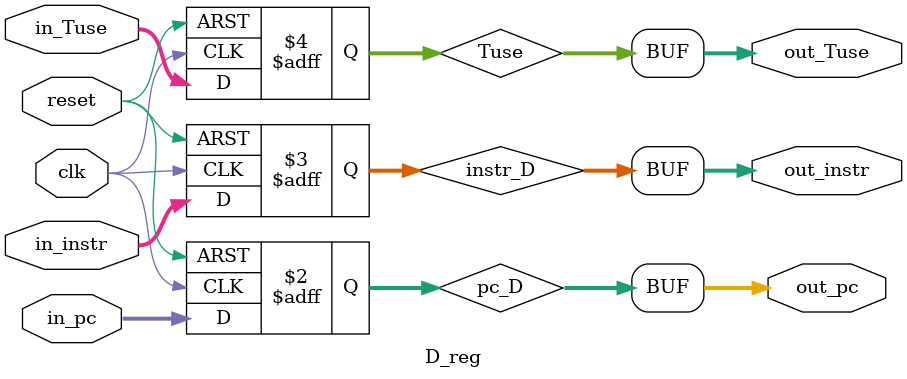
<source format=v>
module D_reg (
    input clk,
    input reset,

    input [31:0] in_pc,
    input [31:0] in_instr,

    output [31:0] out_pc,
    output [31:0] out_instr,

    input  [1:0] in_Tuse,
    output [1:0] out_Tuse
);
    reg [31:0] pc_D;
    reg [31:0] instr_D;
    reg [ 1:0] Tuse;

    assign out_pc    = pc_D;
    assign out_instr = instr_D;
    assign out_Tuse  = Tuse;

    always @(posedge clk, posedge reset) begin
        if (reset) begin
            pc_D    <= 32'h3000;
            instr_D <= 32'b0;
            Tuse    <= 2'b0;
        end else begin
            pc_D    <= in_pc;
            instr_D <= in_instr;
            Tuse    <= in_Tuse;
        end
    end
endmodule

</source>
